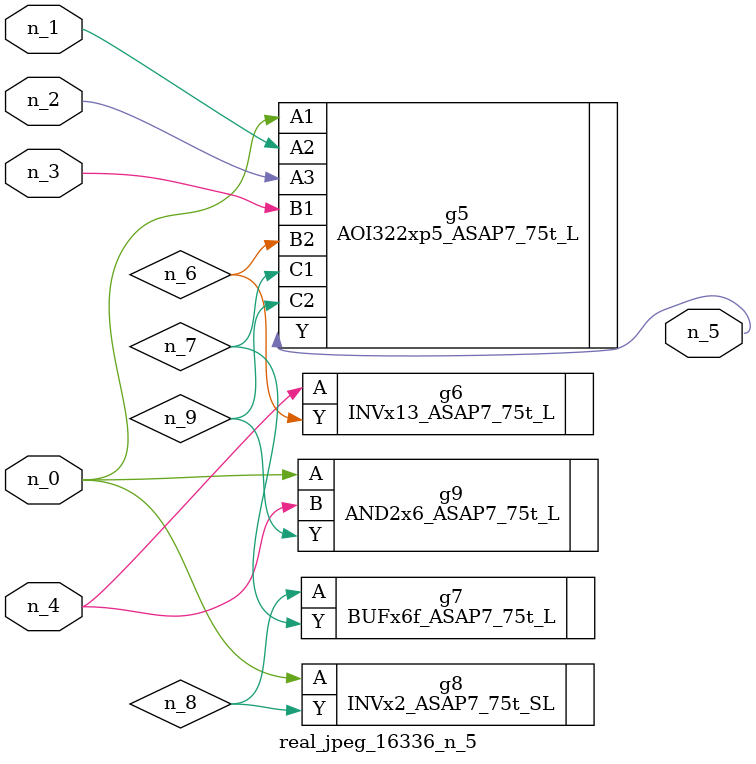
<source format=v>
module real_jpeg_16336_n_5 (n_4, n_0, n_1, n_2, n_3, n_5);

input n_4;
input n_0;
input n_1;
input n_2;
input n_3;

output n_5;

wire n_8;
wire n_6;
wire n_7;
wire n_9;

AOI322xp5_ASAP7_75t_L g5 ( 
.A1(n_0),
.A2(n_1),
.A3(n_2),
.B1(n_3),
.B2(n_6),
.C1(n_7),
.C2(n_9),
.Y(n_5)
);

INVx2_ASAP7_75t_SL g8 ( 
.A(n_0),
.Y(n_8)
);

AND2x6_ASAP7_75t_L g9 ( 
.A(n_0),
.B(n_4),
.Y(n_9)
);

INVx13_ASAP7_75t_L g6 ( 
.A(n_4),
.Y(n_6)
);

BUFx6f_ASAP7_75t_L g7 ( 
.A(n_8),
.Y(n_7)
);


endmodule
</source>
